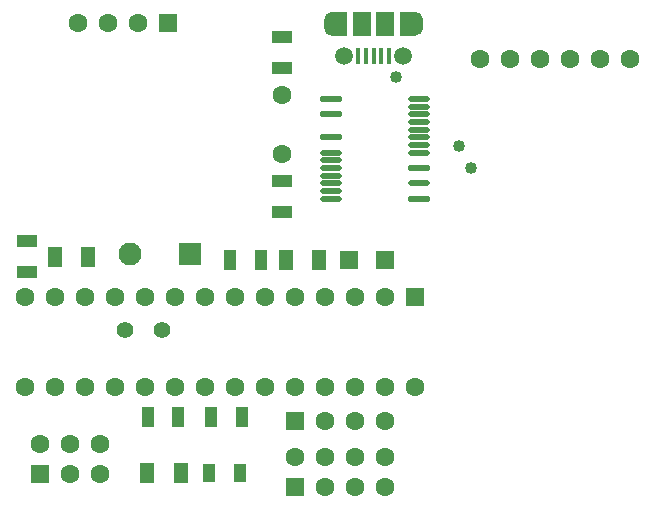
<source format=gts>
G04*
G04 #@! TF.GenerationSoftware,Altium Limited,Altium Designer,22.1.2 (22)*
G04*
G04 Layer_Color=8388736*
%FSLAX25Y25*%
%MOIN*%
G70*
G04*
G04 #@! TF.SameCoordinates,7393A906-C076-4882-B3B6-B19C62209B97*
G04*
G04*
G04 #@! TF.FilePolarity,Negative*
G04*
G01*
G75*
%ADD14C,0.02368*%
%ADD15R,0.06502X0.03943*%
%ADD16R,0.05912X0.06306*%
%ADD17R,0.01500X0.05315*%
%ADD18O,0.07684X0.02172*%
%ADD19R,0.06306X0.07880*%
%ADD20R,0.06717X0.04349*%
%ADD21O,0.05684X0.00172*%
%ADD22O,0.07284X0.01772*%
%ADD23R,0.04731X0.06896*%
%ADD24R,0.04349X0.06717*%
%ADD25R,0.03937X0.05906*%
%ADD26C,0.05894*%
%ADD27C,0.06306*%
%ADD28C,0.07684*%
%ADD29C,0.05518*%
%ADD30R,0.06306X0.06306*%
%ADD31R,0.07684X0.07684*%
%ADD32R,0.06306X0.06306*%
%ADD33C,0.04000*%
G36*
X116142Y173567D02*
X116179Y173556D01*
X116214Y173537D01*
X116244Y173512D01*
X116270Y173482D01*
X116288Y173447D01*
X116299Y173409D01*
X116303Y173370D01*
Y165890D01*
X116299Y165850D01*
X116288Y165813D01*
X116270Y165778D01*
X116244Y165748D01*
X116214Y165723D01*
X116179Y165704D01*
X116142Y165693D01*
X116102Y165689D01*
X110984D01*
X110945Y165693D01*
X110907Y165704D01*
X110873Y165723D01*
X110842Y165748D01*
X110817Y165778D01*
X110799Y165813D01*
X110787Y165850D01*
X110783Y165890D01*
Y167657D01*
X109016D01*
X108977Y167661D01*
X108939Y167673D01*
X108904Y167691D01*
X108874Y167716D01*
X108849Y167746D01*
X108830Y167781D01*
X108819Y167819D01*
X108815Y167858D01*
X108815Y171402D01*
D01*
Y171402D01*
X108819Y171441D01*
X108830Y171478D01*
X108849Y171513D01*
X108874Y171544D01*
X108904Y171569D01*
X108939Y171587D01*
X108976Y171599D01*
X109016Y171602D01*
X109016D01*
D01*
X110783D01*
Y173370D01*
X110787Y173409D01*
X110799Y173447D01*
X110817Y173482D01*
X110842Y173512D01*
X110873Y173537D01*
X110907Y173556D01*
X110945Y173567D01*
X110984Y173571D01*
X116102D01*
X116142Y173567D01*
D02*
G37*
G36*
X139370D02*
X139408Y173556D01*
X139442Y173537D01*
X139473Y173512D01*
X139498Y173482D01*
X139516Y173447D01*
X139528Y173409D01*
X139532Y173370D01*
Y171603D01*
X141299D01*
X141338Y171599D01*
X141376Y171587D01*
X141411Y171569D01*
X141441Y171544D01*
X141466Y171513D01*
X141485Y171479D01*
X141496Y171441D01*
X141500Y171402D01*
X141500Y167858D01*
D01*
Y167858D01*
X141496Y167819D01*
X141485Y167781D01*
X141466Y167747D01*
X141441Y167716D01*
X141411Y167691D01*
X141376Y167673D01*
X141338Y167661D01*
X141299Y167657D01*
X141299D01*
D01*
X139532D01*
Y165890D01*
X139528Y165850D01*
X139516Y165813D01*
X139498Y165778D01*
X139473Y165748D01*
X139442Y165723D01*
X139408Y165704D01*
X139370Y165693D01*
X139331Y165689D01*
X134213D01*
X134173Y165693D01*
X134136Y165704D01*
X134101Y165723D01*
X134071Y165748D01*
X134046Y165778D01*
X134027Y165813D01*
X134016Y165850D01*
X134012Y165890D01*
Y173370D01*
X134016Y173409D01*
X134027Y173447D01*
X134046Y173482D01*
X134071Y173512D01*
X134101Y173537D01*
X134136Y173556D01*
X134173Y173567D01*
X134213Y173571D01*
X139331D01*
X139370Y173567D01*
D02*
G37*
D14*
X140315Y171402D02*
G03*
X140315Y171402I-984J0D01*
G01*
Y167858D02*
G03*
X140315Y167858I-984J0D01*
G01*
X111969Y171402D02*
G03*
X111969Y171402I-984J0D01*
G01*
Y167858D02*
G03*
X111969Y167858I-984J0D01*
G01*
D15*
X9500Y97216D02*
D03*
Y86783D02*
D03*
D16*
X128905Y91000D02*
D03*
X117095D02*
D03*
D17*
X120039Y159000D02*
D03*
X130276D02*
D03*
X127717D02*
D03*
X125157D02*
D03*
X122598D02*
D03*
D18*
X140165Y121602D02*
D03*
Y111366D02*
D03*
X110835Y131839D02*
D03*
Y139516D02*
D03*
Y144634D02*
D03*
D19*
X129095Y169630D02*
D03*
X121221D02*
D03*
D20*
X94500Y165121D02*
D03*
Y154879D02*
D03*
Y117121D02*
D03*
Y106879D02*
D03*
D21*
X140165Y113925D02*
D03*
Y119043D02*
D03*
Y124161D02*
D03*
X110835Y129279D02*
D03*
Y134398D02*
D03*
Y136957D02*
D03*
Y142075D02*
D03*
D22*
X140165Y116484D02*
D03*
Y126720D02*
D03*
Y129279D02*
D03*
Y131839D02*
D03*
Y134398D02*
D03*
Y136957D02*
D03*
Y139516D02*
D03*
Y142075D02*
D03*
Y144634D02*
D03*
X110835Y111366D02*
D03*
Y113925D02*
D03*
Y116484D02*
D03*
Y119043D02*
D03*
Y121602D02*
D03*
Y124161D02*
D03*
Y126720D02*
D03*
D23*
X18890Y92000D02*
D03*
X30110D02*
D03*
X107110Y91000D02*
D03*
X95890D02*
D03*
X49779Y20000D02*
D03*
X61000D02*
D03*
D24*
X71000Y38500D02*
D03*
X81242D02*
D03*
X49879D02*
D03*
X60121D02*
D03*
X87500Y91000D02*
D03*
X77258D02*
D03*
D25*
X70382Y20000D02*
D03*
X80618D02*
D03*
D26*
X115315Y159000D02*
D03*
X135000D02*
D03*
D27*
X180500Y158000D02*
D03*
X200500D02*
D03*
X210500D02*
D03*
X190500D02*
D03*
X170500D02*
D03*
X160500D02*
D03*
X129000Y78500D02*
D03*
X119000D02*
D03*
X109000D02*
D03*
X99000D02*
D03*
X89000D02*
D03*
X79000D02*
D03*
X69000D02*
D03*
X59000D02*
D03*
X49000D02*
D03*
X39000D02*
D03*
X29000D02*
D03*
X19000D02*
D03*
X9000D02*
D03*
X139000Y48500D02*
D03*
X129000D02*
D03*
X119000D02*
D03*
X109000D02*
D03*
X99000D02*
D03*
X89000D02*
D03*
X79000D02*
D03*
X69000D02*
D03*
X59000D02*
D03*
X49000D02*
D03*
X39000D02*
D03*
X29000D02*
D03*
X19000D02*
D03*
X9000D02*
D03*
X94500Y145843D02*
D03*
X94500Y126157D02*
D03*
X34000Y29500D02*
D03*
Y19500D02*
D03*
X24000Y29500D02*
D03*
Y19500D02*
D03*
X14000Y29500D02*
D03*
X99000Y25110D02*
D03*
X109000Y15110D02*
D03*
Y25110D02*
D03*
X119000Y15110D02*
D03*
Y25110D02*
D03*
X129000Y15110D02*
D03*
Y25110D02*
D03*
X109000Y37110D02*
D03*
X119000D02*
D03*
X129000D02*
D03*
X46500Y170000D02*
D03*
X36500D02*
D03*
X26500D02*
D03*
D28*
X44000Y93000D02*
D03*
D29*
X54602Y67500D02*
D03*
X42398D02*
D03*
D30*
X139000Y78500D02*
D03*
D31*
X64000Y93000D02*
D03*
D32*
X14000Y19500D02*
D03*
X99000Y15110D02*
D03*
Y37110D02*
D03*
X56500Y170000D02*
D03*
D33*
X132700Y151800D02*
D03*
X153500Y129000D02*
D03*
X157500Y121500D02*
D03*
M02*

</source>
